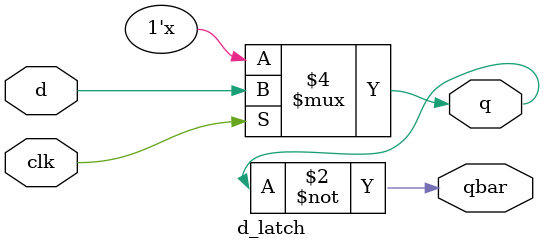
<source format=v>
`timescale 1ns / 1ps

module d_latch(input clk,input d,output reg q,output qbar );
always@*
begin
if(clk)
 q=d;
 else 
 q=q;
 end
 assign qbar=~q;
endmodule

</source>
